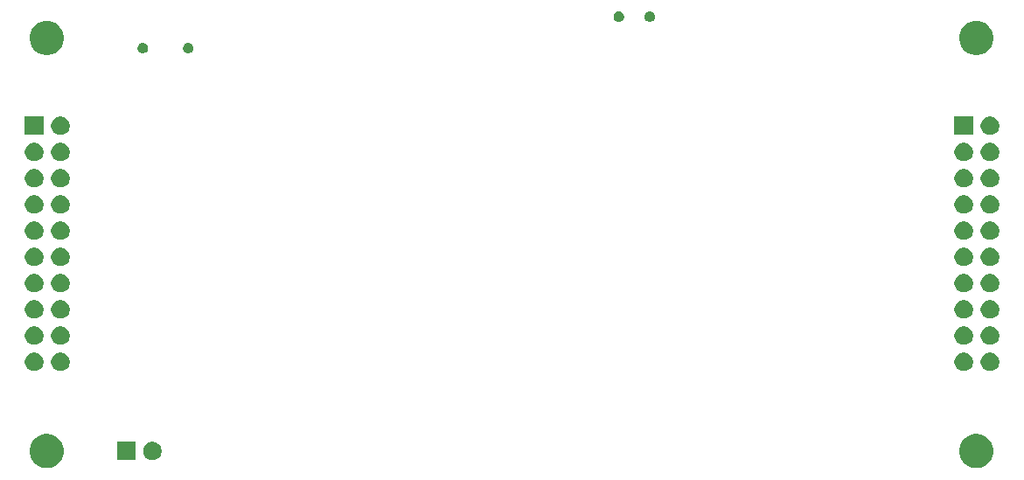
<source format=gbr>
G04 #@! TF.GenerationSoftware,KiCad,Pcbnew,(5.1.5)-3*
G04 #@! TF.CreationDate,2021-01-18T17:20:57+00:00*
G04 #@! TF.ProjectId,Little Logic Computer - Power+Timing,4c697474-6c65-4204-9c6f-67696320436f,rev?*
G04 #@! TF.SameCoordinates,Original*
G04 #@! TF.FileFunction,Soldermask,Bot*
G04 #@! TF.FilePolarity,Negative*
%FSLAX46Y46*%
G04 Gerber Fmt 4.6, Leading zero omitted, Abs format (unit mm)*
G04 Created by KiCad (PCBNEW (5.1.5)-3) date 2021-01-18 17:20:57*
%MOMM*%
%LPD*%
G04 APERTURE LIST*
%ADD10C,0.100000*%
G04 APERTURE END LIST*
D10*
G36*
X196975256Y-120391298D02*
G01*
X197081579Y-120412447D01*
X197382042Y-120536903D01*
X197652451Y-120717585D01*
X197882415Y-120947549D01*
X198063097Y-121217958D01*
X198187553Y-121518421D01*
X198251000Y-121837391D01*
X198251000Y-122162609D01*
X198187553Y-122481579D01*
X198063097Y-122782042D01*
X197882415Y-123052451D01*
X197652451Y-123282415D01*
X197382042Y-123463097D01*
X197081579Y-123587553D01*
X196975256Y-123608702D01*
X196762611Y-123651000D01*
X196437389Y-123651000D01*
X196224744Y-123608702D01*
X196118421Y-123587553D01*
X195817958Y-123463097D01*
X195547549Y-123282415D01*
X195317585Y-123052451D01*
X195136903Y-122782042D01*
X195012447Y-122481579D01*
X194949000Y-122162609D01*
X194949000Y-121837391D01*
X195012447Y-121518421D01*
X195136903Y-121217958D01*
X195317585Y-120947549D01*
X195547549Y-120717585D01*
X195817958Y-120536903D01*
X196118421Y-120412447D01*
X196224744Y-120391298D01*
X196437389Y-120349000D01*
X196762611Y-120349000D01*
X196975256Y-120391298D01*
G37*
G36*
X106975256Y-120391298D02*
G01*
X107081579Y-120412447D01*
X107382042Y-120536903D01*
X107652451Y-120717585D01*
X107882415Y-120947549D01*
X108063097Y-121217958D01*
X108187553Y-121518421D01*
X108251000Y-121837391D01*
X108251000Y-122162609D01*
X108187553Y-122481579D01*
X108063097Y-122782042D01*
X107882415Y-123052451D01*
X107652451Y-123282415D01*
X107382042Y-123463097D01*
X107081579Y-123587553D01*
X106975256Y-123608702D01*
X106762611Y-123651000D01*
X106437389Y-123651000D01*
X106224744Y-123608702D01*
X106118421Y-123587553D01*
X105817958Y-123463097D01*
X105547549Y-123282415D01*
X105317585Y-123052451D01*
X105136903Y-122782042D01*
X105012447Y-122481579D01*
X104949000Y-122162609D01*
X104949000Y-121837391D01*
X105012447Y-121518421D01*
X105136903Y-121217958D01*
X105317585Y-120947549D01*
X105547549Y-120717585D01*
X105817958Y-120536903D01*
X106118421Y-120412447D01*
X106224744Y-120391298D01*
X106437389Y-120349000D01*
X106762611Y-120349000D01*
X106975256Y-120391298D01*
G37*
G36*
X115201000Y-122897000D02*
G01*
X113399000Y-122897000D01*
X113399000Y-121095000D01*
X115201000Y-121095000D01*
X115201000Y-122897000D01*
G37*
G36*
X116953512Y-121099927D02*
G01*
X117102812Y-121129624D01*
X117266784Y-121197544D01*
X117414354Y-121296147D01*
X117539853Y-121421646D01*
X117638456Y-121569216D01*
X117706376Y-121733188D01*
X117741000Y-121907259D01*
X117741000Y-122084741D01*
X117706376Y-122258812D01*
X117638456Y-122422784D01*
X117539853Y-122570354D01*
X117414354Y-122695853D01*
X117266784Y-122794456D01*
X117102812Y-122862376D01*
X116953512Y-122892073D01*
X116928742Y-122897000D01*
X116751258Y-122897000D01*
X116726488Y-122892073D01*
X116577188Y-122862376D01*
X116413216Y-122794456D01*
X116265646Y-122695853D01*
X116140147Y-122570354D01*
X116041544Y-122422784D01*
X115973624Y-122258812D01*
X115939000Y-122084741D01*
X115939000Y-121907259D01*
X115973624Y-121733188D01*
X116041544Y-121569216D01*
X116140147Y-121421646D01*
X116265646Y-121296147D01*
X116413216Y-121197544D01*
X116577188Y-121129624D01*
X116726488Y-121099927D01*
X116751258Y-121095000D01*
X116928742Y-121095000D01*
X116953512Y-121099927D01*
G37*
G36*
X105513512Y-112463927D02*
G01*
X105662812Y-112493624D01*
X105826784Y-112561544D01*
X105974354Y-112660147D01*
X106099853Y-112785646D01*
X106198456Y-112933216D01*
X106266376Y-113097188D01*
X106301000Y-113271259D01*
X106301000Y-113448741D01*
X106266376Y-113622812D01*
X106198456Y-113786784D01*
X106099853Y-113934354D01*
X105974354Y-114059853D01*
X105826784Y-114158456D01*
X105662812Y-114226376D01*
X105513512Y-114256073D01*
X105488742Y-114261000D01*
X105311258Y-114261000D01*
X105286488Y-114256073D01*
X105137188Y-114226376D01*
X104973216Y-114158456D01*
X104825646Y-114059853D01*
X104700147Y-113934354D01*
X104601544Y-113786784D01*
X104533624Y-113622812D01*
X104499000Y-113448741D01*
X104499000Y-113271259D01*
X104533624Y-113097188D01*
X104601544Y-112933216D01*
X104700147Y-112785646D01*
X104825646Y-112660147D01*
X104973216Y-112561544D01*
X105137188Y-112493624D01*
X105286488Y-112463927D01*
X105311258Y-112459000D01*
X105488742Y-112459000D01*
X105513512Y-112463927D01*
G37*
G36*
X108053512Y-112463927D02*
G01*
X108202812Y-112493624D01*
X108366784Y-112561544D01*
X108514354Y-112660147D01*
X108639853Y-112785646D01*
X108738456Y-112933216D01*
X108806376Y-113097188D01*
X108841000Y-113271259D01*
X108841000Y-113448741D01*
X108806376Y-113622812D01*
X108738456Y-113786784D01*
X108639853Y-113934354D01*
X108514354Y-114059853D01*
X108366784Y-114158456D01*
X108202812Y-114226376D01*
X108053512Y-114256073D01*
X108028742Y-114261000D01*
X107851258Y-114261000D01*
X107826488Y-114256073D01*
X107677188Y-114226376D01*
X107513216Y-114158456D01*
X107365646Y-114059853D01*
X107240147Y-113934354D01*
X107141544Y-113786784D01*
X107073624Y-113622812D01*
X107039000Y-113448741D01*
X107039000Y-113271259D01*
X107073624Y-113097188D01*
X107141544Y-112933216D01*
X107240147Y-112785646D01*
X107365646Y-112660147D01*
X107513216Y-112561544D01*
X107677188Y-112493624D01*
X107826488Y-112463927D01*
X107851258Y-112459000D01*
X108028742Y-112459000D01*
X108053512Y-112463927D01*
G37*
G36*
X195513512Y-112463927D02*
G01*
X195662812Y-112493624D01*
X195826784Y-112561544D01*
X195974354Y-112660147D01*
X196099853Y-112785646D01*
X196198456Y-112933216D01*
X196266376Y-113097188D01*
X196301000Y-113271259D01*
X196301000Y-113448741D01*
X196266376Y-113622812D01*
X196198456Y-113786784D01*
X196099853Y-113934354D01*
X195974354Y-114059853D01*
X195826784Y-114158456D01*
X195662812Y-114226376D01*
X195513512Y-114256073D01*
X195488742Y-114261000D01*
X195311258Y-114261000D01*
X195286488Y-114256073D01*
X195137188Y-114226376D01*
X194973216Y-114158456D01*
X194825646Y-114059853D01*
X194700147Y-113934354D01*
X194601544Y-113786784D01*
X194533624Y-113622812D01*
X194499000Y-113448741D01*
X194499000Y-113271259D01*
X194533624Y-113097188D01*
X194601544Y-112933216D01*
X194700147Y-112785646D01*
X194825646Y-112660147D01*
X194973216Y-112561544D01*
X195137188Y-112493624D01*
X195286488Y-112463927D01*
X195311258Y-112459000D01*
X195488742Y-112459000D01*
X195513512Y-112463927D01*
G37*
G36*
X198053512Y-112463927D02*
G01*
X198202812Y-112493624D01*
X198366784Y-112561544D01*
X198514354Y-112660147D01*
X198639853Y-112785646D01*
X198738456Y-112933216D01*
X198806376Y-113097188D01*
X198841000Y-113271259D01*
X198841000Y-113448741D01*
X198806376Y-113622812D01*
X198738456Y-113786784D01*
X198639853Y-113934354D01*
X198514354Y-114059853D01*
X198366784Y-114158456D01*
X198202812Y-114226376D01*
X198053512Y-114256073D01*
X198028742Y-114261000D01*
X197851258Y-114261000D01*
X197826488Y-114256073D01*
X197677188Y-114226376D01*
X197513216Y-114158456D01*
X197365646Y-114059853D01*
X197240147Y-113934354D01*
X197141544Y-113786784D01*
X197073624Y-113622812D01*
X197039000Y-113448741D01*
X197039000Y-113271259D01*
X197073624Y-113097188D01*
X197141544Y-112933216D01*
X197240147Y-112785646D01*
X197365646Y-112660147D01*
X197513216Y-112561544D01*
X197677188Y-112493624D01*
X197826488Y-112463927D01*
X197851258Y-112459000D01*
X198028742Y-112459000D01*
X198053512Y-112463927D01*
G37*
G36*
X108053512Y-109923927D02*
G01*
X108202812Y-109953624D01*
X108366784Y-110021544D01*
X108514354Y-110120147D01*
X108639853Y-110245646D01*
X108738456Y-110393216D01*
X108806376Y-110557188D01*
X108841000Y-110731259D01*
X108841000Y-110908741D01*
X108806376Y-111082812D01*
X108738456Y-111246784D01*
X108639853Y-111394354D01*
X108514354Y-111519853D01*
X108366784Y-111618456D01*
X108202812Y-111686376D01*
X108053512Y-111716073D01*
X108028742Y-111721000D01*
X107851258Y-111721000D01*
X107826488Y-111716073D01*
X107677188Y-111686376D01*
X107513216Y-111618456D01*
X107365646Y-111519853D01*
X107240147Y-111394354D01*
X107141544Y-111246784D01*
X107073624Y-111082812D01*
X107039000Y-110908741D01*
X107039000Y-110731259D01*
X107073624Y-110557188D01*
X107141544Y-110393216D01*
X107240147Y-110245646D01*
X107365646Y-110120147D01*
X107513216Y-110021544D01*
X107677188Y-109953624D01*
X107826488Y-109923927D01*
X107851258Y-109919000D01*
X108028742Y-109919000D01*
X108053512Y-109923927D01*
G37*
G36*
X105513512Y-109923927D02*
G01*
X105662812Y-109953624D01*
X105826784Y-110021544D01*
X105974354Y-110120147D01*
X106099853Y-110245646D01*
X106198456Y-110393216D01*
X106266376Y-110557188D01*
X106301000Y-110731259D01*
X106301000Y-110908741D01*
X106266376Y-111082812D01*
X106198456Y-111246784D01*
X106099853Y-111394354D01*
X105974354Y-111519853D01*
X105826784Y-111618456D01*
X105662812Y-111686376D01*
X105513512Y-111716073D01*
X105488742Y-111721000D01*
X105311258Y-111721000D01*
X105286488Y-111716073D01*
X105137188Y-111686376D01*
X104973216Y-111618456D01*
X104825646Y-111519853D01*
X104700147Y-111394354D01*
X104601544Y-111246784D01*
X104533624Y-111082812D01*
X104499000Y-110908741D01*
X104499000Y-110731259D01*
X104533624Y-110557188D01*
X104601544Y-110393216D01*
X104700147Y-110245646D01*
X104825646Y-110120147D01*
X104973216Y-110021544D01*
X105137188Y-109953624D01*
X105286488Y-109923927D01*
X105311258Y-109919000D01*
X105488742Y-109919000D01*
X105513512Y-109923927D01*
G37*
G36*
X195513512Y-109923927D02*
G01*
X195662812Y-109953624D01*
X195826784Y-110021544D01*
X195974354Y-110120147D01*
X196099853Y-110245646D01*
X196198456Y-110393216D01*
X196266376Y-110557188D01*
X196301000Y-110731259D01*
X196301000Y-110908741D01*
X196266376Y-111082812D01*
X196198456Y-111246784D01*
X196099853Y-111394354D01*
X195974354Y-111519853D01*
X195826784Y-111618456D01*
X195662812Y-111686376D01*
X195513512Y-111716073D01*
X195488742Y-111721000D01*
X195311258Y-111721000D01*
X195286488Y-111716073D01*
X195137188Y-111686376D01*
X194973216Y-111618456D01*
X194825646Y-111519853D01*
X194700147Y-111394354D01*
X194601544Y-111246784D01*
X194533624Y-111082812D01*
X194499000Y-110908741D01*
X194499000Y-110731259D01*
X194533624Y-110557188D01*
X194601544Y-110393216D01*
X194700147Y-110245646D01*
X194825646Y-110120147D01*
X194973216Y-110021544D01*
X195137188Y-109953624D01*
X195286488Y-109923927D01*
X195311258Y-109919000D01*
X195488742Y-109919000D01*
X195513512Y-109923927D01*
G37*
G36*
X198053512Y-109923927D02*
G01*
X198202812Y-109953624D01*
X198366784Y-110021544D01*
X198514354Y-110120147D01*
X198639853Y-110245646D01*
X198738456Y-110393216D01*
X198806376Y-110557188D01*
X198841000Y-110731259D01*
X198841000Y-110908741D01*
X198806376Y-111082812D01*
X198738456Y-111246784D01*
X198639853Y-111394354D01*
X198514354Y-111519853D01*
X198366784Y-111618456D01*
X198202812Y-111686376D01*
X198053512Y-111716073D01*
X198028742Y-111721000D01*
X197851258Y-111721000D01*
X197826488Y-111716073D01*
X197677188Y-111686376D01*
X197513216Y-111618456D01*
X197365646Y-111519853D01*
X197240147Y-111394354D01*
X197141544Y-111246784D01*
X197073624Y-111082812D01*
X197039000Y-110908741D01*
X197039000Y-110731259D01*
X197073624Y-110557188D01*
X197141544Y-110393216D01*
X197240147Y-110245646D01*
X197365646Y-110120147D01*
X197513216Y-110021544D01*
X197677188Y-109953624D01*
X197826488Y-109923927D01*
X197851258Y-109919000D01*
X198028742Y-109919000D01*
X198053512Y-109923927D01*
G37*
G36*
X195513512Y-107383927D02*
G01*
X195662812Y-107413624D01*
X195826784Y-107481544D01*
X195974354Y-107580147D01*
X196099853Y-107705646D01*
X196198456Y-107853216D01*
X196266376Y-108017188D01*
X196301000Y-108191259D01*
X196301000Y-108368741D01*
X196266376Y-108542812D01*
X196198456Y-108706784D01*
X196099853Y-108854354D01*
X195974354Y-108979853D01*
X195826784Y-109078456D01*
X195662812Y-109146376D01*
X195513512Y-109176073D01*
X195488742Y-109181000D01*
X195311258Y-109181000D01*
X195286488Y-109176073D01*
X195137188Y-109146376D01*
X194973216Y-109078456D01*
X194825646Y-108979853D01*
X194700147Y-108854354D01*
X194601544Y-108706784D01*
X194533624Y-108542812D01*
X194499000Y-108368741D01*
X194499000Y-108191259D01*
X194533624Y-108017188D01*
X194601544Y-107853216D01*
X194700147Y-107705646D01*
X194825646Y-107580147D01*
X194973216Y-107481544D01*
X195137188Y-107413624D01*
X195286488Y-107383927D01*
X195311258Y-107379000D01*
X195488742Y-107379000D01*
X195513512Y-107383927D01*
G37*
G36*
X105513512Y-107383927D02*
G01*
X105662812Y-107413624D01*
X105826784Y-107481544D01*
X105974354Y-107580147D01*
X106099853Y-107705646D01*
X106198456Y-107853216D01*
X106266376Y-108017188D01*
X106301000Y-108191259D01*
X106301000Y-108368741D01*
X106266376Y-108542812D01*
X106198456Y-108706784D01*
X106099853Y-108854354D01*
X105974354Y-108979853D01*
X105826784Y-109078456D01*
X105662812Y-109146376D01*
X105513512Y-109176073D01*
X105488742Y-109181000D01*
X105311258Y-109181000D01*
X105286488Y-109176073D01*
X105137188Y-109146376D01*
X104973216Y-109078456D01*
X104825646Y-108979853D01*
X104700147Y-108854354D01*
X104601544Y-108706784D01*
X104533624Y-108542812D01*
X104499000Y-108368741D01*
X104499000Y-108191259D01*
X104533624Y-108017188D01*
X104601544Y-107853216D01*
X104700147Y-107705646D01*
X104825646Y-107580147D01*
X104973216Y-107481544D01*
X105137188Y-107413624D01*
X105286488Y-107383927D01*
X105311258Y-107379000D01*
X105488742Y-107379000D01*
X105513512Y-107383927D01*
G37*
G36*
X198053512Y-107383927D02*
G01*
X198202812Y-107413624D01*
X198366784Y-107481544D01*
X198514354Y-107580147D01*
X198639853Y-107705646D01*
X198738456Y-107853216D01*
X198806376Y-108017188D01*
X198841000Y-108191259D01*
X198841000Y-108368741D01*
X198806376Y-108542812D01*
X198738456Y-108706784D01*
X198639853Y-108854354D01*
X198514354Y-108979853D01*
X198366784Y-109078456D01*
X198202812Y-109146376D01*
X198053512Y-109176073D01*
X198028742Y-109181000D01*
X197851258Y-109181000D01*
X197826488Y-109176073D01*
X197677188Y-109146376D01*
X197513216Y-109078456D01*
X197365646Y-108979853D01*
X197240147Y-108854354D01*
X197141544Y-108706784D01*
X197073624Y-108542812D01*
X197039000Y-108368741D01*
X197039000Y-108191259D01*
X197073624Y-108017188D01*
X197141544Y-107853216D01*
X197240147Y-107705646D01*
X197365646Y-107580147D01*
X197513216Y-107481544D01*
X197677188Y-107413624D01*
X197826488Y-107383927D01*
X197851258Y-107379000D01*
X198028742Y-107379000D01*
X198053512Y-107383927D01*
G37*
G36*
X108053512Y-107383927D02*
G01*
X108202812Y-107413624D01*
X108366784Y-107481544D01*
X108514354Y-107580147D01*
X108639853Y-107705646D01*
X108738456Y-107853216D01*
X108806376Y-108017188D01*
X108841000Y-108191259D01*
X108841000Y-108368741D01*
X108806376Y-108542812D01*
X108738456Y-108706784D01*
X108639853Y-108854354D01*
X108514354Y-108979853D01*
X108366784Y-109078456D01*
X108202812Y-109146376D01*
X108053512Y-109176073D01*
X108028742Y-109181000D01*
X107851258Y-109181000D01*
X107826488Y-109176073D01*
X107677188Y-109146376D01*
X107513216Y-109078456D01*
X107365646Y-108979853D01*
X107240147Y-108854354D01*
X107141544Y-108706784D01*
X107073624Y-108542812D01*
X107039000Y-108368741D01*
X107039000Y-108191259D01*
X107073624Y-108017188D01*
X107141544Y-107853216D01*
X107240147Y-107705646D01*
X107365646Y-107580147D01*
X107513216Y-107481544D01*
X107677188Y-107413624D01*
X107826488Y-107383927D01*
X107851258Y-107379000D01*
X108028742Y-107379000D01*
X108053512Y-107383927D01*
G37*
G36*
X108053512Y-104843927D02*
G01*
X108202812Y-104873624D01*
X108366784Y-104941544D01*
X108514354Y-105040147D01*
X108639853Y-105165646D01*
X108738456Y-105313216D01*
X108806376Y-105477188D01*
X108841000Y-105651259D01*
X108841000Y-105828741D01*
X108806376Y-106002812D01*
X108738456Y-106166784D01*
X108639853Y-106314354D01*
X108514354Y-106439853D01*
X108366784Y-106538456D01*
X108202812Y-106606376D01*
X108053512Y-106636073D01*
X108028742Y-106641000D01*
X107851258Y-106641000D01*
X107826488Y-106636073D01*
X107677188Y-106606376D01*
X107513216Y-106538456D01*
X107365646Y-106439853D01*
X107240147Y-106314354D01*
X107141544Y-106166784D01*
X107073624Y-106002812D01*
X107039000Y-105828741D01*
X107039000Y-105651259D01*
X107073624Y-105477188D01*
X107141544Y-105313216D01*
X107240147Y-105165646D01*
X107365646Y-105040147D01*
X107513216Y-104941544D01*
X107677188Y-104873624D01*
X107826488Y-104843927D01*
X107851258Y-104839000D01*
X108028742Y-104839000D01*
X108053512Y-104843927D01*
G37*
G36*
X105513512Y-104843927D02*
G01*
X105662812Y-104873624D01*
X105826784Y-104941544D01*
X105974354Y-105040147D01*
X106099853Y-105165646D01*
X106198456Y-105313216D01*
X106266376Y-105477188D01*
X106301000Y-105651259D01*
X106301000Y-105828741D01*
X106266376Y-106002812D01*
X106198456Y-106166784D01*
X106099853Y-106314354D01*
X105974354Y-106439853D01*
X105826784Y-106538456D01*
X105662812Y-106606376D01*
X105513512Y-106636073D01*
X105488742Y-106641000D01*
X105311258Y-106641000D01*
X105286488Y-106636073D01*
X105137188Y-106606376D01*
X104973216Y-106538456D01*
X104825646Y-106439853D01*
X104700147Y-106314354D01*
X104601544Y-106166784D01*
X104533624Y-106002812D01*
X104499000Y-105828741D01*
X104499000Y-105651259D01*
X104533624Y-105477188D01*
X104601544Y-105313216D01*
X104700147Y-105165646D01*
X104825646Y-105040147D01*
X104973216Y-104941544D01*
X105137188Y-104873624D01*
X105286488Y-104843927D01*
X105311258Y-104839000D01*
X105488742Y-104839000D01*
X105513512Y-104843927D01*
G37*
G36*
X198053512Y-104843927D02*
G01*
X198202812Y-104873624D01*
X198366784Y-104941544D01*
X198514354Y-105040147D01*
X198639853Y-105165646D01*
X198738456Y-105313216D01*
X198806376Y-105477188D01*
X198841000Y-105651259D01*
X198841000Y-105828741D01*
X198806376Y-106002812D01*
X198738456Y-106166784D01*
X198639853Y-106314354D01*
X198514354Y-106439853D01*
X198366784Y-106538456D01*
X198202812Y-106606376D01*
X198053512Y-106636073D01*
X198028742Y-106641000D01*
X197851258Y-106641000D01*
X197826488Y-106636073D01*
X197677188Y-106606376D01*
X197513216Y-106538456D01*
X197365646Y-106439853D01*
X197240147Y-106314354D01*
X197141544Y-106166784D01*
X197073624Y-106002812D01*
X197039000Y-105828741D01*
X197039000Y-105651259D01*
X197073624Y-105477188D01*
X197141544Y-105313216D01*
X197240147Y-105165646D01*
X197365646Y-105040147D01*
X197513216Y-104941544D01*
X197677188Y-104873624D01*
X197826488Y-104843927D01*
X197851258Y-104839000D01*
X198028742Y-104839000D01*
X198053512Y-104843927D01*
G37*
G36*
X195513512Y-104843927D02*
G01*
X195662812Y-104873624D01*
X195826784Y-104941544D01*
X195974354Y-105040147D01*
X196099853Y-105165646D01*
X196198456Y-105313216D01*
X196266376Y-105477188D01*
X196301000Y-105651259D01*
X196301000Y-105828741D01*
X196266376Y-106002812D01*
X196198456Y-106166784D01*
X196099853Y-106314354D01*
X195974354Y-106439853D01*
X195826784Y-106538456D01*
X195662812Y-106606376D01*
X195513512Y-106636073D01*
X195488742Y-106641000D01*
X195311258Y-106641000D01*
X195286488Y-106636073D01*
X195137188Y-106606376D01*
X194973216Y-106538456D01*
X194825646Y-106439853D01*
X194700147Y-106314354D01*
X194601544Y-106166784D01*
X194533624Y-106002812D01*
X194499000Y-105828741D01*
X194499000Y-105651259D01*
X194533624Y-105477188D01*
X194601544Y-105313216D01*
X194700147Y-105165646D01*
X194825646Y-105040147D01*
X194973216Y-104941544D01*
X195137188Y-104873624D01*
X195286488Y-104843927D01*
X195311258Y-104839000D01*
X195488742Y-104839000D01*
X195513512Y-104843927D01*
G37*
G36*
X108053512Y-102303927D02*
G01*
X108202812Y-102333624D01*
X108366784Y-102401544D01*
X108514354Y-102500147D01*
X108639853Y-102625646D01*
X108738456Y-102773216D01*
X108806376Y-102937188D01*
X108841000Y-103111259D01*
X108841000Y-103288741D01*
X108806376Y-103462812D01*
X108738456Y-103626784D01*
X108639853Y-103774354D01*
X108514354Y-103899853D01*
X108366784Y-103998456D01*
X108202812Y-104066376D01*
X108053512Y-104096073D01*
X108028742Y-104101000D01*
X107851258Y-104101000D01*
X107826488Y-104096073D01*
X107677188Y-104066376D01*
X107513216Y-103998456D01*
X107365646Y-103899853D01*
X107240147Y-103774354D01*
X107141544Y-103626784D01*
X107073624Y-103462812D01*
X107039000Y-103288741D01*
X107039000Y-103111259D01*
X107073624Y-102937188D01*
X107141544Y-102773216D01*
X107240147Y-102625646D01*
X107365646Y-102500147D01*
X107513216Y-102401544D01*
X107677188Y-102333624D01*
X107826488Y-102303927D01*
X107851258Y-102299000D01*
X108028742Y-102299000D01*
X108053512Y-102303927D01*
G37*
G36*
X105513512Y-102303927D02*
G01*
X105662812Y-102333624D01*
X105826784Y-102401544D01*
X105974354Y-102500147D01*
X106099853Y-102625646D01*
X106198456Y-102773216D01*
X106266376Y-102937188D01*
X106301000Y-103111259D01*
X106301000Y-103288741D01*
X106266376Y-103462812D01*
X106198456Y-103626784D01*
X106099853Y-103774354D01*
X105974354Y-103899853D01*
X105826784Y-103998456D01*
X105662812Y-104066376D01*
X105513512Y-104096073D01*
X105488742Y-104101000D01*
X105311258Y-104101000D01*
X105286488Y-104096073D01*
X105137188Y-104066376D01*
X104973216Y-103998456D01*
X104825646Y-103899853D01*
X104700147Y-103774354D01*
X104601544Y-103626784D01*
X104533624Y-103462812D01*
X104499000Y-103288741D01*
X104499000Y-103111259D01*
X104533624Y-102937188D01*
X104601544Y-102773216D01*
X104700147Y-102625646D01*
X104825646Y-102500147D01*
X104973216Y-102401544D01*
X105137188Y-102333624D01*
X105286488Y-102303927D01*
X105311258Y-102299000D01*
X105488742Y-102299000D01*
X105513512Y-102303927D01*
G37*
G36*
X198053512Y-102303927D02*
G01*
X198202812Y-102333624D01*
X198366784Y-102401544D01*
X198514354Y-102500147D01*
X198639853Y-102625646D01*
X198738456Y-102773216D01*
X198806376Y-102937188D01*
X198841000Y-103111259D01*
X198841000Y-103288741D01*
X198806376Y-103462812D01*
X198738456Y-103626784D01*
X198639853Y-103774354D01*
X198514354Y-103899853D01*
X198366784Y-103998456D01*
X198202812Y-104066376D01*
X198053512Y-104096073D01*
X198028742Y-104101000D01*
X197851258Y-104101000D01*
X197826488Y-104096073D01*
X197677188Y-104066376D01*
X197513216Y-103998456D01*
X197365646Y-103899853D01*
X197240147Y-103774354D01*
X197141544Y-103626784D01*
X197073624Y-103462812D01*
X197039000Y-103288741D01*
X197039000Y-103111259D01*
X197073624Y-102937188D01*
X197141544Y-102773216D01*
X197240147Y-102625646D01*
X197365646Y-102500147D01*
X197513216Y-102401544D01*
X197677188Y-102333624D01*
X197826488Y-102303927D01*
X197851258Y-102299000D01*
X198028742Y-102299000D01*
X198053512Y-102303927D01*
G37*
G36*
X195513512Y-102303927D02*
G01*
X195662812Y-102333624D01*
X195826784Y-102401544D01*
X195974354Y-102500147D01*
X196099853Y-102625646D01*
X196198456Y-102773216D01*
X196266376Y-102937188D01*
X196301000Y-103111259D01*
X196301000Y-103288741D01*
X196266376Y-103462812D01*
X196198456Y-103626784D01*
X196099853Y-103774354D01*
X195974354Y-103899853D01*
X195826784Y-103998456D01*
X195662812Y-104066376D01*
X195513512Y-104096073D01*
X195488742Y-104101000D01*
X195311258Y-104101000D01*
X195286488Y-104096073D01*
X195137188Y-104066376D01*
X194973216Y-103998456D01*
X194825646Y-103899853D01*
X194700147Y-103774354D01*
X194601544Y-103626784D01*
X194533624Y-103462812D01*
X194499000Y-103288741D01*
X194499000Y-103111259D01*
X194533624Y-102937188D01*
X194601544Y-102773216D01*
X194700147Y-102625646D01*
X194825646Y-102500147D01*
X194973216Y-102401544D01*
X195137188Y-102333624D01*
X195286488Y-102303927D01*
X195311258Y-102299000D01*
X195488742Y-102299000D01*
X195513512Y-102303927D01*
G37*
G36*
X195513512Y-99763927D02*
G01*
X195662812Y-99793624D01*
X195826784Y-99861544D01*
X195974354Y-99960147D01*
X196099853Y-100085646D01*
X196198456Y-100233216D01*
X196266376Y-100397188D01*
X196301000Y-100571259D01*
X196301000Y-100748741D01*
X196266376Y-100922812D01*
X196198456Y-101086784D01*
X196099853Y-101234354D01*
X195974354Y-101359853D01*
X195826784Y-101458456D01*
X195662812Y-101526376D01*
X195513512Y-101556073D01*
X195488742Y-101561000D01*
X195311258Y-101561000D01*
X195286488Y-101556073D01*
X195137188Y-101526376D01*
X194973216Y-101458456D01*
X194825646Y-101359853D01*
X194700147Y-101234354D01*
X194601544Y-101086784D01*
X194533624Y-100922812D01*
X194499000Y-100748741D01*
X194499000Y-100571259D01*
X194533624Y-100397188D01*
X194601544Y-100233216D01*
X194700147Y-100085646D01*
X194825646Y-99960147D01*
X194973216Y-99861544D01*
X195137188Y-99793624D01*
X195286488Y-99763927D01*
X195311258Y-99759000D01*
X195488742Y-99759000D01*
X195513512Y-99763927D01*
G37*
G36*
X105513512Y-99763927D02*
G01*
X105662812Y-99793624D01*
X105826784Y-99861544D01*
X105974354Y-99960147D01*
X106099853Y-100085646D01*
X106198456Y-100233216D01*
X106266376Y-100397188D01*
X106301000Y-100571259D01*
X106301000Y-100748741D01*
X106266376Y-100922812D01*
X106198456Y-101086784D01*
X106099853Y-101234354D01*
X105974354Y-101359853D01*
X105826784Y-101458456D01*
X105662812Y-101526376D01*
X105513512Y-101556073D01*
X105488742Y-101561000D01*
X105311258Y-101561000D01*
X105286488Y-101556073D01*
X105137188Y-101526376D01*
X104973216Y-101458456D01*
X104825646Y-101359853D01*
X104700147Y-101234354D01*
X104601544Y-101086784D01*
X104533624Y-100922812D01*
X104499000Y-100748741D01*
X104499000Y-100571259D01*
X104533624Y-100397188D01*
X104601544Y-100233216D01*
X104700147Y-100085646D01*
X104825646Y-99960147D01*
X104973216Y-99861544D01*
X105137188Y-99793624D01*
X105286488Y-99763927D01*
X105311258Y-99759000D01*
X105488742Y-99759000D01*
X105513512Y-99763927D01*
G37*
G36*
X198053512Y-99763927D02*
G01*
X198202812Y-99793624D01*
X198366784Y-99861544D01*
X198514354Y-99960147D01*
X198639853Y-100085646D01*
X198738456Y-100233216D01*
X198806376Y-100397188D01*
X198841000Y-100571259D01*
X198841000Y-100748741D01*
X198806376Y-100922812D01*
X198738456Y-101086784D01*
X198639853Y-101234354D01*
X198514354Y-101359853D01*
X198366784Y-101458456D01*
X198202812Y-101526376D01*
X198053512Y-101556073D01*
X198028742Y-101561000D01*
X197851258Y-101561000D01*
X197826488Y-101556073D01*
X197677188Y-101526376D01*
X197513216Y-101458456D01*
X197365646Y-101359853D01*
X197240147Y-101234354D01*
X197141544Y-101086784D01*
X197073624Y-100922812D01*
X197039000Y-100748741D01*
X197039000Y-100571259D01*
X197073624Y-100397188D01*
X197141544Y-100233216D01*
X197240147Y-100085646D01*
X197365646Y-99960147D01*
X197513216Y-99861544D01*
X197677188Y-99793624D01*
X197826488Y-99763927D01*
X197851258Y-99759000D01*
X198028742Y-99759000D01*
X198053512Y-99763927D01*
G37*
G36*
X108053512Y-99763927D02*
G01*
X108202812Y-99793624D01*
X108366784Y-99861544D01*
X108514354Y-99960147D01*
X108639853Y-100085646D01*
X108738456Y-100233216D01*
X108806376Y-100397188D01*
X108841000Y-100571259D01*
X108841000Y-100748741D01*
X108806376Y-100922812D01*
X108738456Y-101086784D01*
X108639853Y-101234354D01*
X108514354Y-101359853D01*
X108366784Y-101458456D01*
X108202812Y-101526376D01*
X108053512Y-101556073D01*
X108028742Y-101561000D01*
X107851258Y-101561000D01*
X107826488Y-101556073D01*
X107677188Y-101526376D01*
X107513216Y-101458456D01*
X107365646Y-101359853D01*
X107240147Y-101234354D01*
X107141544Y-101086784D01*
X107073624Y-100922812D01*
X107039000Y-100748741D01*
X107039000Y-100571259D01*
X107073624Y-100397188D01*
X107141544Y-100233216D01*
X107240147Y-100085646D01*
X107365646Y-99960147D01*
X107513216Y-99861544D01*
X107677188Y-99793624D01*
X107826488Y-99763927D01*
X107851258Y-99759000D01*
X108028742Y-99759000D01*
X108053512Y-99763927D01*
G37*
G36*
X108053512Y-97223927D02*
G01*
X108202812Y-97253624D01*
X108366784Y-97321544D01*
X108514354Y-97420147D01*
X108639853Y-97545646D01*
X108738456Y-97693216D01*
X108806376Y-97857188D01*
X108841000Y-98031259D01*
X108841000Y-98208741D01*
X108806376Y-98382812D01*
X108738456Y-98546784D01*
X108639853Y-98694354D01*
X108514354Y-98819853D01*
X108366784Y-98918456D01*
X108202812Y-98986376D01*
X108053512Y-99016073D01*
X108028742Y-99021000D01*
X107851258Y-99021000D01*
X107826488Y-99016073D01*
X107677188Y-98986376D01*
X107513216Y-98918456D01*
X107365646Y-98819853D01*
X107240147Y-98694354D01*
X107141544Y-98546784D01*
X107073624Y-98382812D01*
X107039000Y-98208741D01*
X107039000Y-98031259D01*
X107073624Y-97857188D01*
X107141544Y-97693216D01*
X107240147Y-97545646D01*
X107365646Y-97420147D01*
X107513216Y-97321544D01*
X107677188Y-97253624D01*
X107826488Y-97223927D01*
X107851258Y-97219000D01*
X108028742Y-97219000D01*
X108053512Y-97223927D01*
G37*
G36*
X198053512Y-97223927D02*
G01*
X198202812Y-97253624D01*
X198366784Y-97321544D01*
X198514354Y-97420147D01*
X198639853Y-97545646D01*
X198738456Y-97693216D01*
X198806376Y-97857188D01*
X198841000Y-98031259D01*
X198841000Y-98208741D01*
X198806376Y-98382812D01*
X198738456Y-98546784D01*
X198639853Y-98694354D01*
X198514354Y-98819853D01*
X198366784Y-98918456D01*
X198202812Y-98986376D01*
X198053512Y-99016073D01*
X198028742Y-99021000D01*
X197851258Y-99021000D01*
X197826488Y-99016073D01*
X197677188Y-98986376D01*
X197513216Y-98918456D01*
X197365646Y-98819853D01*
X197240147Y-98694354D01*
X197141544Y-98546784D01*
X197073624Y-98382812D01*
X197039000Y-98208741D01*
X197039000Y-98031259D01*
X197073624Y-97857188D01*
X197141544Y-97693216D01*
X197240147Y-97545646D01*
X197365646Y-97420147D01*
X197513216Y-97321544D01*
X197677188Y-97253624D01*
X197826488Y-97223927D01*
X197851258Y-97219000D01*
X198028742Y-97219000D01*
X198053512Y-97223927D01*
G37*
G36*
X195513512Y-97223927D02*
G01*
X195662812Y-97253624D01*
X195826784Y-97321544D01*
X195974354Y-97420147D01*
X196099853Y-97545646D01*
X196198456Y-97693216D01*
X196266376Y-97857188D01*
X196301000Y-98031259D01*
X196301000Y-98208741D01*
X196266376Y-98382812D01*
X196198456Y-98546784D01*
X196099853Y-98694354D01*
X195974354Y-98819853D01*
X195826784Y-98918456D01*
X195662812Y-98986376D01*
X195513512Y-99016073D01*
X195488742Y-99021000D01*
X195311258Y-99021000D01*
X195286488Y-99016073D01*
X195137188Y-98986376D01*
X194973216Y-98918456D01*
X194825646Y-98819853D01*
X194700147Y-98694354D01*
X194601544Y-98546784D01*
X194533624Y-98382812D01*
X194499000Y-98208741D01*
X194499000Y-98031259D01*
X194533624Y-97857188D01*
X194601544Y-97693216D01*
X194700147Y-97545646D01*
X194825646Y-97420147D01*
X194973216Y-97321544D01*
X195137188Y-97253624D01*
X195286488Y-97223927D01*
X195311258Y-97219000D01*
X195488742Y-97219000D01*
X195513512Y-97223927D01*
G37*
G36*
X105513512Y-97223927D02*
G01*
X105662812Y-97253624D01*
X105826784Y-97321544D01*
X105974354Y-97420147D01*
X106099853Y-97545646D01*
X106198456Y-97693216D01*
X106266376Y-97857188D01*
X106301000Y-98031259D01*
X106301000Y-98208741D01*
X106266376Y-98382812D01*
X106198456Y-98546784D01*
X106099853Y-98694354D01*
X105974354Y-98819853D01*
X105826784Y-98918456D01*
X105662812Y-98986376D01*
X105513512Y-99016073D01*
X105488742Y-99021000D01*
X105311258Y-99021000D01*
X105286488Y-99016073D01*
X105137188Y-98986376D01*
X104973216Y-98918456D01*
X104825646Y-98819853D01*
X104700147Y-98694354D01*
X104601544Y-98546784D01*
X104533624Y-98382812D01*
X104499000Y-98208741D01*
X104499000Y-98031259D01*
X104533624Y-97857188D01*
X104601544Y-97693216D01*
X104700147Y-97545646D01*
X104825646Y-97420147D01*
X104973216Y-97321544D01*
X105137188Y-97253624D01*
X105286488Y-97223927D01*
X105311258Y-97219000D01*
X105488742Y-97219000D01*
X105513512Y-97223927D01*
G37*
G36*
X108053512Y-94683927D02*
G01*
X108202812Y-94713624D01*
X108366784Y-94781544D01*
X108514354Y-94880147D01*
X108639853Y-95005646D01*
X108738456Y-95153216D01*
X108806376Y-95317188D01*
X108841000Y-95491259D01*
X108841000Y-95668741D01*
X108806376Y-95842812D01*
X108738456Y-96006784D01*
X108639853Y-96154354D01*
X108514354Y-96279853D01*
X108366784Y-96378456D01*
X108202812Y-96446376D01*
X108053512Y-96476073D01*
X108028742Y-96481000D01*
X107851258Y-96481000D01*
X107826488Y-96476073D01*
X107677188Y-96446376D01*
X107513216Y-96378456D01*
X107365646Y-96279853D01*
X107240147Y-96154354D01*
X107141544Y-96006784D01*
X107073624Y-95842812D01*
X107039000Y-95668741D01*
X107039000Y-95491259D01*
X107073624Y-95317188D01*
X107141544Y-95153216D01*
X107240147Y-95005646D01*
X107365646Y-94880147D01*
X107513216Y-94781544D01*
X107677188Y-94713624D01*
X107826488Y-94683927D01*
X107851258Y-94679000D01*
X108028742Y-94679000D01*
X108053512Y-94683927D01*
G37*
G36*
X195513512Y-94683927D02*
G01*
X195662812Y-94713624D01*
X195826784Y-94781544D01*
X195974354Y-94880147D01*
X196099853Y-95005646D01*
X196198456Y-95153216D01*
X196266376Y-95317188D01*
X196301000Y-95491259D01*
X196301000Y-95668741D01*
X196266376Y-95842812D01*
X196198456Y-96006784D01*
X196099853Y-96154354D01*
X195974354Y-96279853D01*
X195826784Y-96378456D01*
X195662812Y-96446376D01*
X195513512Y-96476073D01*
X195488742Y-96481000D01*
X195311258Y-96481000D01*
X195286488Y-96476073D01*
X195137188Y-96446376D01*
X194973216Y-96378456D01*
X194825646Y-96279853D01*
X194700147Y-96154354D01*
X194601544Y-96006784D01*
X194533624Y-95842812D01*
X194499000Y-95668741D01*
X194499000Y-95491259D01*
X194533624Y-95317188D01*
X194601544Y-95153216D01*
X194700147Y-95005646D01*
X194825646Y-94880147D01*
X194973216Y-94781544D01*
X195137188Y-94713624D01*
X195286488Y-94683927D01*
X195311258Y-94679000D01*
X195488742Y-94679000D01*
X195513512Y-94683927D01*
G37*
G36*
X198053512Y-94683927D02*
G01*
X198202812Y-94713624D01*
X198366784Y-94781544D01*
X198514354Y-94880147D01*
X198639853Y-95005646D01*
X198738456Y-95153216D01*
X198806376Y-95317188D01*
X198841000Y-95491259D01*
X198841000Y-95668741D01*
X198806376Y-95842812D01*
X198738456Y-96006784D01*
X198639853Y-96154354D01*
X198514354Y-96279853D01*
X198366784Y-96378456D01*
X198202812Y-96446376D01*
X198053512Y-96476073D01*
X198028742Y-96481000D01*
X197851258Y-96481000D01*
X197826488Y-96476073D01*
X197677188Y-96446376D01*
X197513216Y-96378456D01*
X197365646Y-96279853D01*
X197240147Y-96154354D01*
X197141544Y-96006784D01*
X197073624Y-95842812D01*
X197039000Y-95668741D01*
X197039000Y-95491259D01*
X197073624Y-95317188D01*
X197141544Y-95153216D01*
X197240147Y-95005646D01*
X197365646Y-94880147D01*
X197513216Y-94781544D01*
X197677188Y-94713624D01*
X197826488Y-94683927D01*
X197851258Y-94679000D01*
X198028742Y-94679000D01*
X198053512Y-94683927D01*
G37*
G36*
X105513512Y-94683927D02*
G01*
X105662812Y-94713624D01*
X105826784Y-94781544D01*
X105974354Y-94880147D01*
X106099853Y-95005646D01*
X106198456Y-95153216D01*
X106266376Y-95317188D01*
X106301000Y-95491259D01*
X106301000Y-95668741D01*
X106266376Y-95842812D01*
X106198456Y-96006784D01*
X106099853Y-96154354D01*
X105974354Y-96279853D01*
X105826784Y-96378456D01*
X105662812Y-96446376D01*
X105513512Y-96476073D01*
X105488742Y-96481000D01*
X105311258Y-96481000D01*
X105286488Y-96476073D01*
X105137188Y-96446376D01*
X104973216Y-96378456D01*
X104825646Y-96279853D01*
X104700147Y-96154354D01*
X104601544Y-96006784D01*
X104533624Y-95842812D01*
X104499000Y-95668741D01*
X104499000Y-95491259D01*
X104533624Y-95317188D01*
X104601544Y-95153216D01*
X104700147Y-95005646D01*
X104825646Y-94880147D01*
X104973216Y-94781544D01*
X105137188Y-94713624D01*
X105286488Y-94683927D01*
X105311258Y-94679000D01*
X105488742Y-94679000D01*
X105513512Y-94683927D01*
G37*
G36*
X108053512Y-92143927D02*
G01*
X108202812Y-92173624D01*
X108366784Y-92241544D01*
X108514354Y-92340147D01*
X108639853Y-92465646D01*
X108738456Y-92613216D01*
X108806376Y-92777188D01*
X108841000Y-92951259D01*
X108841000Y-93128741D01*
X108806376Y-93302812D01*
X108738456Y-93466784D01*
X108639853Y-93614354D01*
X108514354Y-93739853D01*
X108366784Y-93838456D01*
X108202812Y-93906376D01*
X108053512Y-93936073D01*
X108028742Y-93941000D01*
X107851258Y-93941000D01*
X107826488Y-93936073D01*
X107677188Y-93906376D01*
X107513216Y-93838456D01*
X107365646Y-93739853D01*
X107240147Y-93614354D01*
X107141544Y-93466784D01*
X107073624Y-93302812D01*
X107039000Y-93128741D01*
X107039000Y-92951259D01*
X107073624Y-92777188D01*
X107141544Y-92613216D01*
X107240147Y-92465646D01*
X107365646Y-92340147D01*
X107513216Y-92241544D01*
X107677188Y-92173624D01*
X107826488Y-92143927D01*
X107851258Y-92139000D01*
X108028742Y-92139000D01*
X108053512Y-92143927D01*
G37*
G36*
X105513512Y-92143927D02*
G01*
X105662812Y-92173624D01*
X105826784Y-92241544D01*
X105974354Y-92340147D01*
X106099853Y-92465646D01*
X106198456Y-92613216D01*
X106266376Y-92777188D01*
X106301000Y-92951259D01*
X106301000Y-93128741D01*
X106266376Y-93302812D01*
X106198456Y-93466784D01*
X106099853Y-93614354D01*
X105974354Y-93739853D01*
X105826784Y-93838456D01*
X105662812Y-93906376D01*
X105513512Y-93936073D01*
X105488742Y-93941000D01*
X105311258Y-93941000D01*
X105286488Y-93936073D01*
X105137188Y-93906376D01*
X104973216Y-93838456D01*
X104825646Y-93739853D01*
X104700147Y-93614354D01*
X104601544Y-93466784D01*
X104533624Y-93302812D01*
X104499000Y-93128741D01*
X104499000Y-92951259D01*
X104533624Y-92777188D01*
X104601544Y-92613216D01*
X104700147Y-92465646D01*
X104825646Y-92340147D01*
X104973216Y-92241544D01*
X105137188Y-92173624D01*
X105286488Y-92143927D01*
X105311258Y-92139000D01*
X105488742Y-92139000D01*
X105513512Y-92143927D01*
G37*
G36*
X195513512Y-92143927D02*
G01*
X195662812Y-92173624D01*
X195826784Y-92241544D01*
X195974354Y-92340147D01*
X196099853Y-92465646D01*
X196198456Y-92613216D01*
X196266376Y-92777188D01*
X196301000Y-92951259D01*
X196301000Y-93128741D01*
X196266376Y-93302812D01*
X196198456Y-93466784D01*
X196099853Y-93614354D01*
X195974354Y-93739853D01*
X195826784Y-93838456D01*
X195662812Y-93906376D01*
X195513512Y-93936073D01*
X195488742Y-93941000D01*
X195311258Y-93941000D01*
X195286488Y-93936073D01*
X195137188Y-93906376D01*
X194973216Y-93838456D01*
X194825646Y-93739853D01*
X194700147Y-93614354D01*
X194601544Y-93466784D01*
X194533624Y-93302812D01*
X194499000Y-93128741D01*
X194499000Y-92951259D01*
X194533624Y-92777188D01*
X194601544Y-92613216D01*
X194700147Y-92465646D01*
X194825646Y-92340147D01*
X194973216Y-92241544D01*
X195137188Y-92173624D01*
X195286488Y-92143927D01*
X195311258Y-92139000D01*
X195488742Y-92139000D01*
X195513512Y-92143927D01*
G37*
G36*
X198053512Y-92143927D02*
G01*
X198202812Y-92173624D01*
X198366784Y-92241544D01*
X198514354Y-92340147D01*
X198639853Y-92465646D01*
X198738456Y-92613216D01*
X198806376Y-92777188D01*
X198841000Y-92951259D01*
X198841000Y-93128741D01*
X198806376Y-93302812D01*
X198738456Y-93466784D01*
X198639853Y-93614354D01*
X198514354Y-93739853D01*
X198366784Y-93838456D01*
X198202812Y-93906376D01*
X198053512Y-93936073D01*
X198028742Y-93941000D01*
X197851258Y-93941000D01*
X197826488Y-93936073D01*
X197677188Y-93906376D01*
X197513216Y-93838456D01*
X197365646Y-93739853D01*
X197240147Y-93614354D01*
X197141544Y-93466784D01*
X197073624Y-93302812D01*
X197039000Y-93128741D01*
X197039000Y-92951259D01*
X197073624Y-92777188D01*
X197141544Y-92613216D01*
X197240147Y-92465646D01*
X197365646Y-92340147D01*
X197513216Y-92241544D01*
X197677188Y-92173624D01*
X197826488Y-92143927D01*
X197851258Y-92139000D01*
X198028742Y-92139000D01*
X198053512Y-92143927D01*
G37*
G36*
X108053512Y-89603927D02*
G01*
X108202812Y-89633624D01*
X108366784Y-89701544D01*
X108514354Y-89800147D01*
X108639853Y-89925646D01*
X108738456Y-90073216D01*
X108806376Y-90237188D01*
X108841000Y-90411259D01*
X108841000Y-90588741D01*
X108806376Y-90762812D01*
X108738456Y-90926784D01*
X108639853Y-91074354D01*
X108514354Y-91199853D01*
X108366784Y-91298456D01*
X108202812Y-91366376D01*
X108053512Y-91396073D01*
X108028742Y-91401000D01*
X107851258Y-91401000D01*
X107826488Y-91396073D01*
X107677188Y-91366376D01*
X107513216Y-91298456D01*
X107365646Y-91199853D01*
X107240147Y-91074354D01*
X107141544Y-90926784D01*
X107073624Y-90762812D01*
X107039000Y-90588741D01*
X107039000Y-90411259D01*
X107073624Y-90237188D01*
X107141544Y-90073216D01*
X107240147Y-89925646D01*
X107365646Y-89800147D01*
X107513216Y-89701544D01*
X107677188Y-89633624D01*
X107826488Y-89603927D01*
X107851258Y-89599000D01*
X108028742Y-89599000D01*
X108053512Y-89603927D01*
G37*
G36*
X106301000Y-91401000D02*
G01*
X104499000Y-91401000D01*
X104499000Y-89599000D01*
X106301000Y-89599000D01*
X106301000Y-91401000D01*
G37*
G36*
X198053512Y-89603927D02*
G01*
X198202812Y-89633624D01*
X198366784Y-89701544D01*
X198514354Y-89800147D01*
X198639853Y-89925646D01*
X198738456Y-90073216D01*
X198806376Y-90237188D01*
X198841000Y-90411259D01*
X198841000Y-90588741D01*
X198806376Y-90762812D01*
X198738456Y-90926784D01*
X198639853Y-91074354D01*
X198514354Y-91199853D01*
X198366784Y-91298456D01*
X198202812Y-91366376D01*
X198053512Y-91396073D01*
X198028742Y-91401000D01*
X197851258Y-91401000D01*
X197826488Y-91396073D01*
X197677188Y-91366376D01*
X197513216Y-91298456D01*
X197365646Y-91199853D01*
X197240147Y-91074354D01*
X197141544Y-90926784D01*
X197073624Y-90762812D01*
X197039000Y-90588741D01*
X197039000Y-90411259D01*
X197073624Y-90237188D01*
X197141544Y-90073216D01*
X197240147Y-89925646D01*
X197365646Y-89800147D01*
X197513216Y-89701544D01*
X197677188Y-89633624D01*
X197826488Y-89603927D01*
X197851258Y-89599000D01*
X198028742Y-89599000D01*
X198053512Y-89603927D01*
G37*
G36*
X196301000Y-91401000D02*
G01*
X194499000Y-91401000D01*
X194499000Y-89599000D01*
X196301000Y-89599000D01*
X196301000Y-91401000D01*
G37*
G36*
X106908307Y-80377981D02*
G01*
X107081579Y-80412447D01*
X107382042Y-80536903D01*
X107652451Y-80717585D01*
X107882415Y-80947549D01*
X108063097Y-81217958D01*
X108187553Y-81518421D01*
X108251000Y-81837391D01*
X108251000Y-82162609D01*
X108187553Y-82481579D01*
X108063097Y-82782042D01*
X107882415Y-83052451D01*
X107652451Y-83282415D01*
X107382042Y-83463097D01*
X107081579Y-83587553D01*
X106975256Y-83608702D01*
X106762611Y-83651000D01*
X106437389Y-83651000D01*
X106224744Y-83608702D01*
X106118421Y-83587553D01*
X105817958Y-83463097D01*
X105547549Y-83282415D01*
X105317585Y-83052451D01*
X105136903Y-82782042D01*
X105012447Y-82481579D01*
X104949000Y-82162609D01*
X104949000Y-81837391D01*
X105012447Y-81518421D01*
X105136903Y-81217958D01*
X105317585Y-80947549D01*
X105547549Y-80717585D01*
X105817958Y-80536903D01*
X106118421Y-80412447D01*
X106291693Y-80377981D01*
X106437389Y-80349000D01*
X106762611Y-80349000D01*
X106908307Y-80377981D01*
G37*
G36*
X196908307Y-80377981D02*
G01*
X197081579Y-80412447D01*
X197382042Y-80536903D01*
X197652451Y-80717585D01*
X197882415Y-80947549D01*
X198063097Y-81217958D01*
X198187553Y-81518421D01*
X198251000Y-81837391D01*
X198251000Y-82162609D01*
X198187553Y-82481579D01*
X198063097Y-82782042D01*
X197882415Y-83052451D01*
X197652451Y-83282415D01*
X197382042Y-83463097D01*
X197081579Y-83587553D01*
X196975256Y-83608702D01*
X196762611Y-83651000D01*
X196437389Y-83651000D01*
X196224744Y-83608702D01*
X196118421Y-83587553D01*
X195817958Y-83463097D01*
X195547549Y-83282415D01*
X195317585Y-83052451D01*
X195136903Y-82782042D01*
X195012447Y-82481579D01*
X194949000Y-82162609D01*
X194949000Y-81837391D01*
X195012447Y-81518421D01*
X195136903Y-81217958D01*
X195317585Y-80947549D01*
X195547549Y-80717585D01*
X195817958Y-80536903D01*
X196118421Y-80412447D01*
X196291693Y-80377981D01*
X196437389Y-80349000D01*
X196762611Y-80349000D01*
X196908307Y-80377981D01*
G37*
G36*
X116007740Y-82490627D02*
G01*
X116056136Y-82500253D01*
X116093902Y-82515896D01*
X116147311Y-82538019D01*
X116147312Y-82538020D01*
X116229369Y-82592848D01*
X116299152Y-82662631D01*
X116299153Y-82662633D01*
X116353981Y-82744689D01*
X116391747Y-82835865D01*
X116411000Y-82932655D01*
X116411000Y-83031345D01*
X116391747Y-83128135D01*
X116353981Y-83219311D01*
X116353980Y-83219312D01*
X116299152Y-83301369D01*
X116229369Y-83371152D01*
X116188062Y-83398752D01*
X116147311Y-83425981D01*
X116093902Y-83448104D01*
X116056136Y-83463747D01*
X116007740Y-83473373D01*
X115959345Y-83483000D01*
X115860655Y-83483000D01*
X115812260Y-83473373D01*
X115763864Y-83463747D01*
X115726098Y-83448104D01*
X115672689Y-83425981D01*
X115631938Y-83398752D01*
X115590631Y-83371152D01*
X115520848Y-83301369D01*
X115466020Y-83219312D01*
X115466019Y-83219311D01*
X115428253Y-83128135D01*
X115409000Y-83031345D01*
X115409000Y-82932655D01*
X115428253Y-82835865D01*
X115466019Y-82744689D01*
X115520847Y-82662633D01*
X115520848Y-82662631D01*
X115590631Y-82592848D01*
X115672688Y-82538020D01*
X115672689Y-82538019D01*
X115726098Y-82515896D01*
X115763864Y-82500253D01*
X115812260Y-82490627D01*
X115860655Y-82481000D01*
X115959345Y-82481000D01*
X116007740Y-82490627D01*
G37*
G36*
X120407740Y-82490627D02*
G01*
X120456136Y-82500253D01*
X120493902Y-82515896D01*
X120547311Y-82538019D01*
X120547312Y-82538020D01*
X120629369Y-82592848D01*
X120699152Y-82662631D01*
X120699153Y-82662633D01*
X120753981Y-82744689D01*
X120791747Y-82835865D01*
X120811000Y-82932655D01*
X120811000Y-83031345D01*
X120791747Y-83128135D01*
X120753981Y-83219311D01*
X120753980Y-83219312D01*
X120699152Y-83301369D01*
X120629369Y-83371152D01*
X120588062Y-83398752D01*
X120547311Y-83425981D01*
X120493902Y-83448104D01*
X120456136Y-83463747D01*
X120407740Y-83473374D01*
X120359345Y-83483000D01*
X120260655Y-83483000D01*
X120212260Y-83473373D01*
X120163864Y-83463747D01*
X120126098Y-83448104D01*
X120072689Y-83425981D01*
X120031938Y-83398752D01*
X119990631Y-83371152D01*
X119920848Y-83301369D01*
X119866020Y-83219312D01*
X119866019Y-83219311D01*
X119828253Y-83128135D01*
X119809000Y-83031345D01*
X119809000Y-82932655D01*
X119828253Y-82835865D01*
X119866019Y-82744689D01*
X119920847Y-82662633D01*
X119920848Y-82662631D01*
X119990631Y-82592848D01*
X120072688Y-82538020D01*
X120072689Y-82538019D01*
X120126098Y-82515896D01*
X120163864Y-82500253D01*
X120212260Y-82490627D01*
X120260655Y-82481000D01*
X120359345Y-82481000D01*
X120407740Y-82490627D01*
G37*
G36*
X162097740Y-79442626D02*
G01*
X162146136Y-79452253D01*
X162183902Y-79467896D01*
X162237311Y-79490019D01*
X162237312Y-79490020D01*
X162319369Y-79544848D01*
X162389152Y-79614631D01*
X162389153Y-79614633D01*
X162443981Y-79696689D01*
X162481747Y-79787865D01*
X162501000Y-79884655D01*
X162501000Y-79983345D01*
X162481747Y-80080135D01*
X162443981Y-80171311D01*
X162443980Y-80171312D01*
X162389152Y-80253369D01*
X162319369Y-80323152D01*
X162280684Y-80349000D01*
X162237311Y-80377981D01*
X162183902Y-80400104D01*
X162146136Y-80415747D01*
X162097740Y-80425373D01*
X162049345Y-80435000D01*
X161950655Y-80435000D01*
X161902260Y-80425374D01*
X161853864Y-80415747D01*
X161816098Y-80400104D01*
X161762689Y-80377981D01*
X161719316Y-80349000D01*
X161680631Y-80323152D01*
X161610848Y-80253369D01*
X161556020Y-80171312D01*
X161556019Y-80171311D01*
X161518253Y-80080135D01*
X161499000Y-79983345D01*
X161499000Y-79884655D01*
X161518253Y-79787865D01*
X161556019Y-79696689D01*
X161610847Y-79614633D01*
X161610848Y-79614631D01*
X161680631Y-79544848D01*
X161762688Y-79490020D01*
X161762689Y-79490019D01*
X161816098Y-79467896D01*
X161853864Y-79452253D01*
X161902260Y-79442626D01*
X161950655Y-79433000D01*
X162049345Y-79433000D01*
X162097740Y-79442626D01*
G37*
G36*
X165097740Y-79442626D02*
G01*
X165146136Y-79452253D01*
X165183902Y-79467896D01*
X165237311Y-79490019D01*
X165237312Y-79490020D01*
X165319369Y-79544848D01*
X165389152Y-79614631D01*
X165389153Y-79614633D01*
X165443981Y-79696689D01*
X165481747Y-79787865D01*
X165501000Y-79884655D01*
X165501000Y-79983345D01*
X165481747Y-80080135D01*
X165443981Y-80171311D01*
X165443980Y-80171312D01*
X165389152Y-80253369D01*
X165319369Y-80323152D01*
X165280684Y-80349000D01*
X165237311Y-80377981D01*
X165183902Y-80400104D01*
X165146136Y-80415747D01*
X165097740Y-80425373D01*
X165049345Y-80435000D01*
X164950655Y-80435000D01*
X164902260Y-80425374D01*
X164853864Y-80415747D01*
X164816098Y-80400104D01*
X164762689Y-80377981D01*
X164719316Y-80349000D01*
X164680631Y-80323152D01*
X164610848Y-80253369D01*
X164556020Y-80171312D01*
X164556019Y-80171311D01*
X164518253Y-80080135D01*
X164499000Y-79983345D01*
X164499000Y-79884655D01*
X164518253Y-79787865D01*
X164556019Y-79696689D01*
X164610847Y-79614633D01*
X164610848Y-79614631D01*
X164680631Y-79544848D01*
X164762688Y-79490020D01*
X164762689Y-79490019D01*
X164816098Y-79467896D01*
X164853864Y-79452253D01*
X164902260Y-79442626D01*
X164950655Y-79433000D01*
X165049345Y-79433000D01*
X165097740Y-79442626D01*
G37*
M02*

</source>
